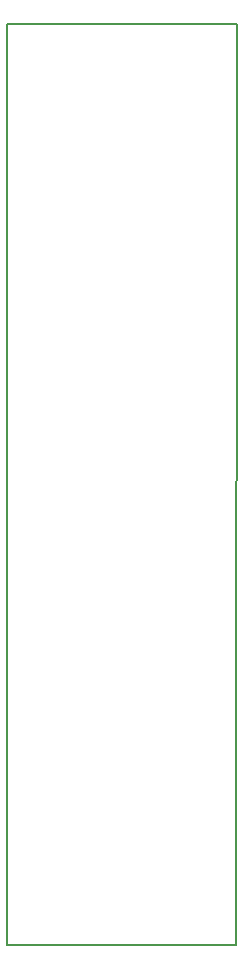
<source format=gbr>
G04 #@! TF.GenerationSoftware,KiCad,Pcbnew,5.0.2-bee76a0~70~ubuntu18.04.1*
G04 #@! TF.CreationDate,2019-12-03T11:06:18+01:00*
G04 #@! TF.ProjectId,instrumnet,696e7374-7275-46d6-9e65-742e6b696361,rev?*
G04 #@! TF.SameCoordinates,Original*
G04 #@! TF.FileFunction,Profile,NP*
%FSLAX46Y46*%
G04 Gerber Fmt 4.6, Leading zero omitted, Abs format (unit mm)*
G04 Created by KiCad (PCBNEW 5.0.2-bee76a0~70~ubuntu18.04.1) date Tue 03 Dec 2019 11:06:18 AM CET*
%MOMM*%
%LPD*%
G01*
G04 APERTURE LIST*
%ADD10C,0.150000*%
G04 APERTURE END LIST*
D10*
X125000000Y-64000000D02*
X144500000Y-64000000D01*
X125000000Y-142000000D02*
X125000000Y-64000000D01*
X144400000Y-142000000D02*
X125000000Y-142000000D01*
X144500000Y-64000000D02*
X144400000Y-142000000D01*
M02*

</source>
